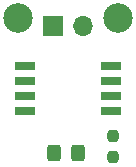
<source format=gbr>
%TF.GenerationSoftware,KiCad,Pcbnew,8.0.1*%
%TF.CreationDate,2025-01-22T18:04:17-07:00*%
%TF.ProjectId,AlcoholSensor,416c636f-686f-46c5-9365-6e736f722e6b,rev?*%
%TF.SameCoordinates,Original*%
%TF.FileFunction,Soldermask,Top*%
%TF.FilePolarity,Negative*%
%FSLAX46Y46*%
G04 Gerber Fmt 4.6, Leading zero omitted, Abs format (unit mm)*
G04 Created by KiCad (PCBNEW 8.0.1) date 2025-01-22 18:04:17*
%MOMM*%
%LPD*%
G01*
G04 APERTURE LIST*
G04 Aperture macros list*
%AMRoundRect*
0 Rectangle with rounded corners*
0 $1 Rounding radius*
0 $2 $3 $4 $5 $6 $7 $8 $9 X,Y pos of 4 corners*
0 Add a 4 corners polygon primitive as box body*
4,1,4,$2,$3,$4,$5,$6,$7,$8,$9,$2,$3,0*
0 Add four circle primitives for the rounded corners*
1,1,$1+$1,$2,$3*
1,1,$1+$1,$4,$5*
1,1,$1+$1,$6,$7*
1,1,$1+$1,$8,$9*
0 Add four rect primitives between the rounded corners*
20,1,$1+$1,$2,$3,$4,$5,0*
20,1,$1+$1,$4,$5,$6,$7,0*
20,1,$1+$1,$6,$7,$8,$9,0*
20,1,$1+$1,$8,$9,$2,$3,0*%
G04 Aperture macros list end*
%ADD10C,2.500000*%
%ADD11RoundRect,0.237500X0.237500X-0.250000X0.237500X0.250000X-0.237500X0.250000X-0.237500X-0.250000X0*%
%ADD12R,1.700000X0.650000*%
%ADD13RoundRect,0.250000X-0.325000X-0.450000X0.325000X-0.450000X0.325000X0.450000X-0.325000X0.450000X0*%
%ADD14R,1.700000X1.700000*%
%ADD15O,1.700000X1.700000*%
G04 APERTURE END LIST*
D10*
%TO.C,H2*%
X185000000Y-76000000D03*
%TD*%
%TO.C,H1*%
X176500000Y-76000000D03*
%TD*%
D11*
%TO.C,R2*%
X184550000Y-87775000D03*
X184550000Y-85950000D03*
%TD*%
D12*
%TO.C,U2*%
X177110000Y-80040000D03*
X177110000Y-81310000D03*
X177110000Y-82580000D03*
X177110000Y-83850000D03*
X184410000Y-83850000D03*
X184410000Y-82580000D03*
X184410000Y-81310000D03*
X184410000Y-80040000D03*
%TD*%
D13*
%TO.C,D1*%
X179560000Y-87410000D03*
X181610000Y-87410000D03*
%TD*%
D14*
%TO.C,J1*%
X179500000Y-76690000D03*
D15*
X182040000Y-76690000D03*
%TD*%
M02*

</source>
